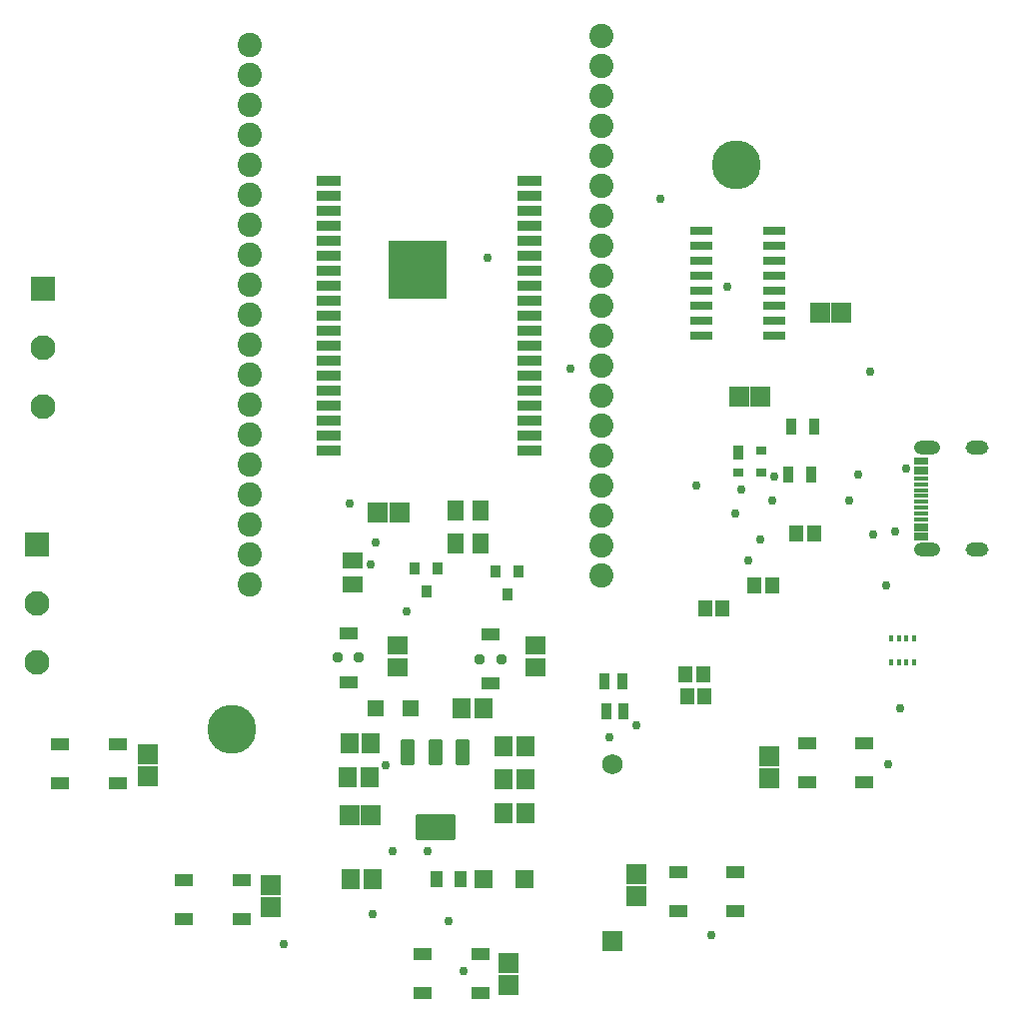
<source format=gts>
G04*
G04 #@! TF.GenerationSoftware,Altium Limited,Altium Designer,23.3.1 (30)*
G04*
G04 Layer_Color=8388736*
%FSLAX44Y44*%
%MOMM*%
G71*
G04*
G04 #@! TF.SameCoordinates,11343DF2-346A-4928-BBB7-4E1EB81EA5CC*
G04*
G04*
G04 #@! TF.FilePolarity,Negative*
G04*
G01*
G75*
%ADD18R,5.0000X5.0000*%
%ADD19R,2.0000X0.9000*%
%ADD22R,0.3500X0.5000*%
%ADD23R,0.9500X1.4500*%
%ADD26R,1.5000X1.5000*%
%ADD27R,1.0000X1.3500*%
%ADD39R,0.9500X1.3500*%
%ADD42R,0.9500X1.0500*%
%ADD43R,1.7000X1.7000*%
%ADD44R,1.6500X1.0500*%
%ADD45R,1.4000X1.7000*%
%ADD46R,1.3000X0.4500*%
%ADD47R,1.6500X1.7000*%
%ADD48R,1.4000X1.3700*%
%ADD49R,1.7000X1.7000*%
%ADD50R,1.5500X1.7000*%
%ADD51R,1.9500X0.7900*%
%ADD52R,1.1500X1.4000*%
%ADD53R,1.7000X1.6500*%
%ADD54R,1.6500X1.1000*%
G04:AMPARAMS|DCode=55|XSize=1.15mm|YSize=2.2mm|CornerRadius=0.125mm|HoleSize=0mm|Usage=FLASHONLY|Rotation=0.000|XOffset=0mm|YOffset=0mm|HoleType=Round|Shape=RoundedRectangle|*
%AMROUNDEDRECTD55*
21,1,1.1500,1.9500,0,0,0.0*
21,1,0.9000,2.2000,0,0,0.0*
1,1,0.2500,0.4500,-0.9750*
1,1,0.2500,-0.4500,-0.9750*
1,1,0.2500,-0.4500,0.9750*
1,1,0.2500,0.4500,0.9750*
%
%ADD55ROUNDEDRECTD55*%
G04:AMPARAMS|DCode=56|XSize=3.4mm|YSize=2.2mm|CornerRadius=0.1263mm|HoleSize=0mm|Usage=FLASHONLY|Rotation=0.000|XOffset=0mm|YOffset=0mm|HoleType=Round|Shape=RoundedRectangle|*
%AMROUNDEDRECTD56*
21,1,3.4000,1.9475,0,0,0.0*
21,1,3.1475,2.2000,0,0,0.0*
1,1,0.2525,1.5738,-0.9738*
1,1,0.2525,-1.5738,-0.9738*
1,1,0.2525,-1.5738,0.9738*
1,1,0.2525,1.5738,0.9738*
%
%ADD56ROUNDEDRECTD56*%
%ADD57R,1.7000X1.4000*%
%ADD58R,0.8500X1.1500*%
%ADD59R,0.8500X0.7500*%
%ADD60C,1.7500*%
%ADD61R,1.7500X1.7500*%
%ADD62C,2.1000*%
%ADD63R,2.1000X2.1000*%
%ADD64C,4.1500*%
%ADD65C,0.1500*%
G04:AMPARAMS|DCode=66|XSize=1.15mm|YSize=1.95mm|CornerRadius=0.575mm|HoleSize=0mm|Usage=FLASHONLY|Rotation=90.000|XOffset=0mm|YOffset=0mm|HoleType=Round|Shape=RoundedRectangle|*
%AMROUNDEDRECTD66*
21,1,1.1500,0.8000,0,0,90.0*
21,1,0.0000,1.9500,0,0,90.0*
1,1,1.1500,0.4000,0.0000*
1,1,1.1500,0.4000,0.0000*
1,1,1.1500,-0.4000,0.0000*
1,1,1.1500,-0.4000,0.0000*
%
%ADD66ROUNDEDRECTD66*%
G04:AMPARAMS|DCode=67|XSize=1.15mm|YSize=2.25mm|CornerRadius=0.575mm|HoleSize=0mm|Usage=FLASHONLY|Rotation=90.000|XOffset=0mm|YOffset=0mm|HoleType=Round|Shape=RoundedRectangle|*
%AMROUNDEDRECTD67*
21,1,1.1500,1.1000,0,0,90.0*
21,1,0.0000,2.2500,0,0,90.0*
1,1,1.1500,0.5500,0.0000*
1,1,1.1500,0.5500,0.0000*
1,1,1.1500,-0.5500,0.0000*
1,1,1.1500,-0.5500,0.0000*
%
%ADD67ROUNDEDRECTD67*%
%ADD68C,0.9500*%
%ADD69C,2.0550*%
%ADD70C,0.7500*%
D18*
X896780Y1132820D02*
D03*
D19*
X991780Y1207820D02*
D03*
Y1195120D02*
D03*
Y1182420D02*
D03*
Y1169720D02*
D03*
Y1157020D02*
D03*
Y1144320D02*
D03*
Y1131620D02*
D03*
Y1118920D02*
D03*
Y1106220D02*
D03*
Y1093520D02*
D03*
Y1080820D02*
D03*
Y1068120D02*
D03*
Y1055420D02*
D03*
Y1042720D02*
D03*
Y1030020D02*
D03*
Y1017320D02*
D03*
Y1004620D02*
D03*
Y991920D02*
D03*
Y979220D02*
D03*
X821780D02*
D03*
Y991920D02*
D03*
Y1004620D02*
D03*
Y1017320D02*
D03*
Y1030020D02*
D03*
Y1042720D02*
D03*
Y1055420D02*
D03*
Y1068120D02*
D03*
Y1080820D02*
D03*
Y1093520D02*
D03*
Y1106220D02*
D03*
Y1118920D02*
D03*
Y1131620D02*
D03*
Y1144320D02*
D03*
Y1157020D02*
D03*
Y1169720D02*
D03*
Y1182420D02*
D03*
Y1195120D02*
D03*
Y1207820D02*
D03*
D22*
X1304850Y820510D02*
D03*
X1298350D02*
D03*
Y800010D02*
D03*
X1304850D02*
D03*
X1311350D02*
D03*
X1317850D02*
D03*
Y820510D02*
D03*
X1311350D02*
D03*
D23*
X1210720Y958850D02*
D03*
X1230220D02*
D03*
X1232760Y999490D02*
D03*
X1213260D02*
D03*
D26*
X952780Y615950D02*
D03*
X987780D02*
D03*
D27*
X913290D02*
D03*
X933290D02*
D03*
D39*
X1071760Y758780D02*
D03*
X1056760D02*
D03*
X1070490Y784180D02*
D03*
X1055490D02*
D03*
D42*
X982320Y877410D02*
D03*
X963320D02*
D03*
X972820Y857410D02*
D03*
X904240Y859950D02*
D03*
X894740Y879950D02*
D03*
X913740D02*
D03*
D43*
X668020Y703580D02*
D03*
Y722080D02*
D03*
X772160Y611230D02*
D03*
Y592730D02*
D03*
X1195070Y720450D02*
D03*
Y701950D02*
D03*
X1082040Y620120D02*
D03*
Y601620D02*
D03*
X974090Y526690D02*
D03*
Y545190D02*
D03*
D44*
X593990Y730240D02*
D03*
Y697240D02*
D03*
X642990D02*
D03*
Y730240D02*
D03*
X698707Y615721D02*
D03*
Y582721D02*
D03*
X747707D02*
D03*
Y615721D02*
D03*
X950330Y552440D02*
D03*
Y519440D02*
D03*
X901330D02*
D03*
Y552440D02*
D03*
X1226820Y698520D02*
D03*
Y731520D02*
D03*
X1275820D02*
D03*
Y698520D02*
D03*
X1117600Y589280D02*
D03*
Y622280D02*
D03*
X1166600D02*
D03*
Y589280D02*
D03*
D45*
X929550Y900430D02*
D03*
X950050D02*
D03*
X929550Y928370D02*
D03*
X950050D02*
D03*
D46*
X1323470Y972030D02*
D03*
Y964030D02*
D03*
Y916030D02*
D03*
Y908030D02*
D03*
Y905030D02*
D03*
Y913030D02*
D03*
Y921030D02*
D03*
Y926030D02*
D03*
Y931030D02*
D03*
Y936030D02*
D03*
Y941030D02*
D03*
Y946030D02*
D03*
Y951030D02*
D03*
Y956030D02*
D03*
Y961030D02*
D03*
Y969030D02*
D03*
D47*
X970170Y671830D02*
D03*
X988170D02*
D03*
X970170Y701040D02*
D03*
X988170D02*
D03*
X970170Y728980D02*
D03*
X988170D02*
D03*
X840630Y615950D02*
D03*
X858630D02*
D03*
X839360Y731520D02*
D03*
X857360D02*
D03*
X838090Y702310D02*
D03*
X856090D02*
D03*
D48*
X861550Y760730D02*
D03*
X891050D02*
D03*
D49*
X839110Y670560D02*
D03*
X857610D02*
D03*
X863240Y927100D02*
D03*
X881740D02*
D03*
X1256390Y1096010D02*
D03*
X1237890D02*
D03*
X1187810Y1024890D02*
D03*
X1169310D02*
D03*
D50*
X934110Y760730D02*
D03*
X953110D02*
D03*
D51*
X1137350Y1165860D02*
D03*
Y1153160D02*
D03*
Y1140460D02*
D03*
Y1127760D02*
D03*
Y1115060D02*
D03*
Y1102360D02*
D03*
Y1089660D02*
D03*
Y1076960D02*
D03*
X1199450D02*
D03*
Y1089660D02*
D03*
Y1102360D02*
D03*
Y1115060D02*
D03*
Y1127760D02*
D03*
Y1140460D02*
D03*
Y1153160D02*
D03*
Y1165860D02*
D03*
D52*
X1125340Y770890D02*
D03*
X1140340D02*
D03*
X1124070Y789940D02*
D03*
X1139070D02*
D03*
X1140460Y845820D02*
D03*
X1155460D02*
D03*
X1182370Y864870D02*
D03*
X1197370D02*
D03*
X1218050Y909320D02*
D03*
X1233050D02*
D03*
D53*
X996950Y796180D02*
D03*
Y814180D02*
D03*
X880110Y796180D02*
D03*
Y814180D02*
D03*
D54*
X958850Y781890D02*
D03*
Y823390D02*
D03*
X838200Y783160D02*
D03*
Y824660D02*
D03*
D55*
X934860Y723900D02*
D03*
X911860D02*
D03*
X888860D02*
D03*
D56*
X911860Y660400D02*
D03*
D57*
X842010Y886550D02*
D03*
Y866050D02*
D03*
D58*
X1168560Y977780D02*
D03*
D59*
Y960780D02*
D03*
X1188560D02*
D03*
Y979780D02*
D03*
D60*
X1061720Y713880D02*
D03*
D61*
Y563880D02*
D03*
D62*
X574040Y799630D02*
D03*
Y849630D02*
D03*
X579120Y1016800D02*
D03*
Y1066800D02*
D03*
D63*
X574040Y899630D02*
D03*
X579120Y1116800D02*
D03*
D64*
X739140Y742950D02*
D03*
X1167130Y1221740D02*
D03*
D65*
X1334120Y967430D02*
D03*
Y909630D02*
D03*
D66*
X1370920Y981730D02*
D03*
Y895330D02*
D03*
D67*
X1329120Y981730D02*
D03*
Y895330D02*
D03*
D68*
X949850Y802640D02*
D03*
X967850D02*
D03*
X829200Y803910D02*
D03*
X847200D02*
D03*
D69*
X754380Y866140D02*
D03*
Y891540D02*
D03*
Y916940D02*
D03*
Y942340D02*
D03*
Y967740D02*
D03*
Y1069340D02*
D03*
Y1043940D02*
D03*
Y1018540D02*
D03*
Y993140D02*
D03*
Y1094740D02*
D03*
Y1120140D02*
D03*
Y1145540D02*
D03*
Y1170940D02*
D03*
Y1196340D02*
D03*
Y1221740D02*
D03*
Y1323340D02*
D03*
Y1297940D02*
D03*
Y1272540D02*
D03*
Y1247140D02*
D03*
X1052830Y873760D02*
D03*
Y899160D02*
D03*
Y924560D02*
D03*
Y949960D02*
D03*
Y975360D02*
D03*
Y1076960D02*
D03*
Y1051560D02*
D03*
Y1026160D02*
D03*
Y1000760D02*
D03*
Y1102360D02*
D03*
Y1127760D02*
D03*
Y1153160D02*
D03*
Y1178560D02*
D03*
Y1203960D02*
D03*
Y1229360D02*
D03*
Y1330960D02*
D03*
Y1305560D02*
D03*
Y1280160D02*
D03*
Y1254760D02*
D03*
D70*
X1305560Y760730D02*
D03*
X1295400Y713740D02*
D03*
X1282700Y908050D02*
D03*
X1294130Y864870D02*
D03*
X1177290Y886460D02*
D03*
X1187450Y904240D02*
D03*
X1026160Y1049020D02*
D03*
X1145540Y568960D02*
D03*
X857250Y882650D02*
D03*
X869950Y712470D02*
D03*
X875466Y640009D02*
D03*
X905510Y640080D02*
D03*
X1280160Y1046480D02*
D03*
X1262380Y937260D02*
D03*
X1059180Y736600D02*
D03*
X1082040Y746760D02*
D03*
X1311081Y964030D02*
D03*
X1301750Y910590D02*
D03*
X1170940Y946189D02*
D03*
X1165860Y925830D02*
D03*
X1132840Y949960D02*
D03*
X1159280Y1118406D02*
D03*
X1197610Y937260D02*
D03*
X1270000Y958850D02*
D03*
X1198880Y957580D02*
D03*
X839470Y934720D02*
D03*
X861060Y901700D02*
D03*
X887730Y843280D02*
D03*
X858520Y586740D02*
D03*
X923290Y580390D02*
D03*
X935990Y538480D02*
D03*
X1102360Y1192530D02*
D03*
X956310Y1143000D02*
D03*
X783590Y561340D02*
D03*
M02*

</source>
